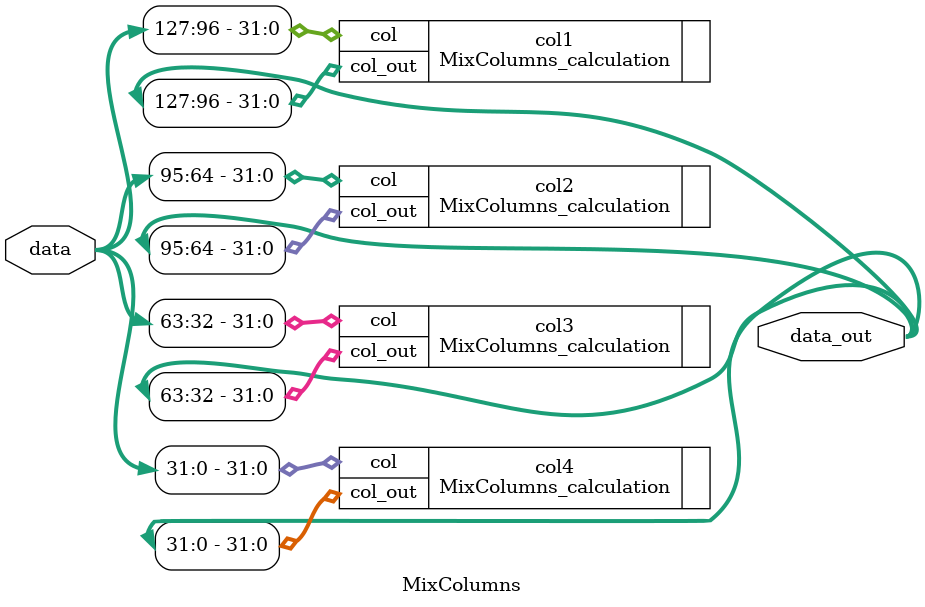
<source format=v>
`timescale 1ns / 1ps


module MixColumns(
    input [127:0] data,
    output [127:0] data_out
    );
    
    MixColumns_calculation col1(.col(data[127:96]),
                                .col_out(data_out[127:96])
                                );

    MixColumns_calculation col2(.col(data[95:64]),
                                .col_out(data_out[95:64])
                                );

    MixColumns_calculation col3(.col(data[63:32]),
                                .col_out(data_out[63:32])
                                );

    MixColumns_calculation col4(.col(data[31:0]),
                                .col_out(data_out[31:0])
                                );
endmodule

</source>
